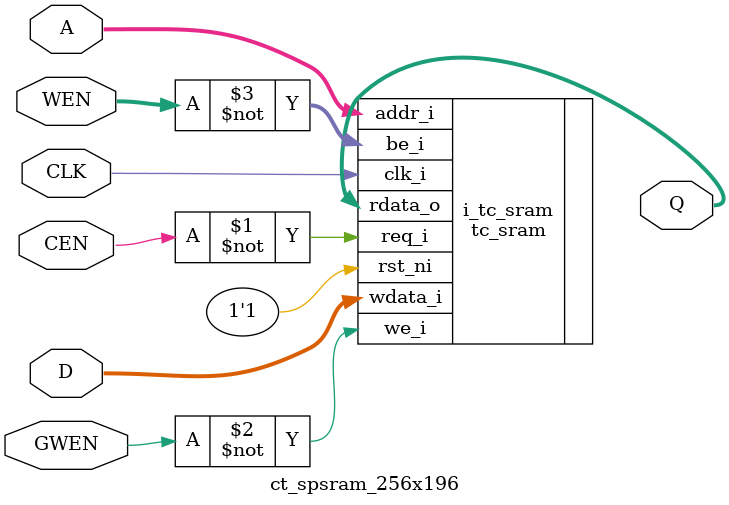
<source format=v>
/*Copyright 2019-2021 T-Head Semiconductor Co., Ltd.

Licensed under the Apache License, Version 2.0 (the "License");
you may not use this file except in compliance with the License.
You may obtain a copy of the License at

    http://www.apache.org/licenses/LICENSE-2.0

Unless required by applicable law or agreed to in writing, software
distributed under the License is distributed on an "AS IS" BASIS,
WITHOUT WARRANTIES OR CONDITIONS OF ANY KIND, either express or implied.
See the License for the specific language governing permissions and
limitations under the License.
*/

// &ModuleBeg; @22
module ct_spsram_256x196(
  A,
  CEN,
  CLK,
  D,
  GWEN,
  Q,
  WEN
);

// &Ports; @23
input   [7  :0]  A;   
input            CEN; 
input            CLK; 
input   [195:0]  D;   
input            GWEN; 
input   [195:0]  WEN; 
output  [195:0]  Q;   

// &Regs; @24

// &Wires; @25
wire    [7  :0]  A;   
wire             CEN; 
wire             CLK; 
wire    [195:0]  D;   
wire             GWEN; 
wire    [195:0]  Q;   
wire    [195:0]  WEN; 


//**********************************************************
//                  Parameter Definition
//**********************************************************
parameter ADDR_WIDTH = 8;
parameter DATA_WIDTH = 196;
parameter WE_WIDTH   = 196;

// &Force("bus","Q",DATA_WIDTH-1,0); @34
// &Force("bus","WEN",WE_WIDTH-1,0); @35
// &Force("bus","A",ADDR_WIDTH-1,0); @36
// &Force("bus","D",DATA_WIDTH-1,0); @37

  //********************************************************
  //*                        FPGA memory                   *
  //********************************************************
  //{WEN[111:56],WEN[55:0]}
//   &Instance("ct_f_spsram_256x196"); @44
tc_sram #(
  .NumWords   ( 1<<ADDR_WIDTH         ),
  .DataWidth  ( DATA_WIDTH            ),
  .ByteWidth  ( DATA_WIDTH/DATA_WIDTH ),
  .NumPorts   ( 32'd1 ),
  .Latency    ( 32'd1 ),
  .SimInit    ( "none"),
  .PrintSimCfg( 0     )
) i_tc_sram (
    .clk_i    ( CLK   ),
    .rst_ni   ( 1'b1  ),
    .req_i    ( ~CEN  ),
    .we_i     ( ~GWEN ),
    .be_i     ( ~WEN  ),
    .wdata_i  ( D     ),
    .addr_i   ( A     ),
    .rdata_o  ( Q     )
);

//   &Instance("ct_tsmc_spsram_256x196"); @50

// &ModuleEnd; @66
endmodule



</source>
